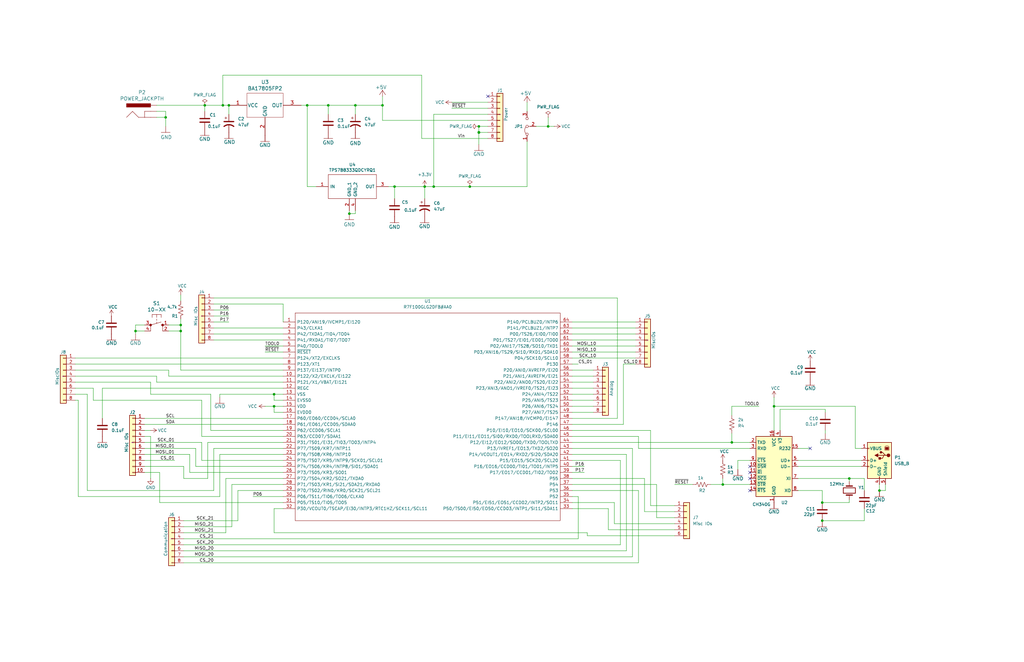
<source format=kicad_sch>
(kicad_sch (version 20231120) (generator "eeschema") (generator_version "8.0")
  (paper "B")
  (title_block (date "2025-01-17"))
  (lib_symbols
    (symbol "Connector_Generic:Conn_01x06" (pin_names (offset 1.016) hide)
      (property "Reference" "J" (at 0 7.62 0))
      (property "Value" "Conn_01x06" (at 0 -10.16 0))
      (symbol "Conn_01x06_1_1"
        (pin passive line (at -5.08 5.08 0) (length 3.81) (name "Pin_1") (number "1"))
        (pin passive line (at -5.08 2.54 0) (length 3.81) (name "Pin_2") (number "2"))
        (pin passive line (at -5.08 0 0) (length 3.81) (name "Pin_3") (number "3"))
        (pin passive line (at -5.08 -2.54 0) (length 3.81) (name "Pin_4") (number "4"))
        (pin passive line (at -5.08 -5.08 0) (length 3.81) (name "Pin_5") (number "5"))
        (pin passive line (at -5.08 -7.62 0) (length 3.81) (name "Pin_6") (number "6"))
      )
    )
    (symbol "Connector_Generic:Conn_01x08" (pin_names (offset 1.016) hide)
      (property "Reference" "J" (at 0 10.16 0))
      (property "Value" "Conn_01x08" (at 0 -12.7 0))
      (symbol "Conn_01x08_1_1"
        (pin passive line (at -5.08 7.62 0) (length 3.81) (name "Pin_1") (number "1"))
        (pin passive line (at -5.08 5.08 0) (length 3.81) (name "Pin_2") (number "2"))
        (pin passive line (at -5.08 2.54 0) (length 3.81) (name "Pin_3") (number "3"))
        (pin passive line (at -5.08 0 0) (length 3.81) (name "Pin_4") (number "4"))
        (pin passive line (at -5.08 -2.54 0) (length 3.81) (name "Pin_5") (number "5"))
        (pin passive line (at -5.08 -5.08 0) (length 3.81) (name "Pin_6") (number "6"))
        (pin passive line (at -5.08 -7.62 0) (length 3.81) (name "Pin_7") (number "7"))
        (pin passive line (at -5.08 -10.16 0) (length 3.81) (name "Pin_8") (number "8"))
      )
    )
    (symbol "Connector_Generic:Conn_01x10" (pin_names (offset 1.016) hide)
      (property "Reference" "J" (at 0 12.7 0))
      (property "Value" "Conn_01x10" (at 0 -15.24 0))
      (symbol "Conn_01x10_1_1"
        (pin passive line (at -5.08 10.16 0) (length 3.81) (name "Pin_1") (number "1"))
        (pin passive line (at -5.08 -12.7 0) (length 3.81) (name "Pin_10") (number "10"))
        (pin passive line (at -5.08 7.62 0) (length 3.81) (name "Pin_2") (number "2"))
        (pin passive line (at -5.08 5.08 0) (length 3.81) (name "Pin_3") (number "3"))
        (pin passive line (at -5.08 2.54 0) (length 3.81) (name "Pin_4") (number "4"))
        (pin passive line (at -5.08 0 0) (length 3.81) (name "Pin_5") (number "5"))
        (pin passive line (at -5.08 -2.54 0) (length 3.81) (name "Pin_6") (number "6"))
        (pin passive line (at -5.08 -5.08 0) (length 3.81) (name "Pin_7") (number "7"))
        (pin passive line (at -5.08 -7.62 0) (length 3.81) (name "Pin_8") (number "8"))
        (pin passive line (at -5.08 -10.16 0) (length 3.81) (name "Pin_9") (number "9"))
      )
    )
    (symbol "Device:C" (pin_numbers hide) (pin_names (offset 0.254))
      (property "Reference" "C" (at 0.635 2.54 0))
      (property "Value" "C" (at 0.635 -2.54 0))
      (symbol "C_1_1"
        (pin passive line (at 0 3.81 270) (length 2.794) (name "~") (number "1"))
        (pin passive line (at 0 -3.81 90) (length 2.794) (name "~") (number "2"))
      )
    )
    (symbol "Device:C_Polarized_US" (pin_numbers hide) (pin_names (offset 0.254) hide)
      (property "Reference" "C" (at 0.635 2.54 0))
      (property "Value" "C_Polarized_US" (at 0.635 -2.54 0))
      (symbol "C_Polarized_US_1_1"
        (pin passive line (at 0 3.81 270) (length 2.794) (name "~") (number "1"))
        (pin passive line (at 0 -3.81 90) (length 3.302) (name "~") (number "2"))
      )
    )
    (symbol "Device:Crystal" (pin_numbers hide) (pin_names (offset 1.016) hide)
      (property "Reference" "Y" (at 0 3.81 0))
      (property "Value" "Crystal" (at 0 -3.81 0))
      (symbol "Crystal_1_1"
        (pin passive line (at -3.81 0 0) (length 1.27) (name "1") (number "1"))
        (pin passive line (at 3.81 0 180) (length 1.27) (name "2") (number "2"))
      )
    )
    (symbol "Device:R_US" (pin_numbers hide) (pin_names (offset 0))
      (property "Reference" "R" (at 2.54 0 90))
      (property "Value" "R_US" (at -2.54 0 90))
      (symbol "R_US_1_1"
        (pin passive line (at 0 3.81 270) (length 1.27) (name "~") (number "1"))
        (pin passive line (at 0 -3.81 90) (length 1.27) (name "~") (number "2"))
      )
    )
    (symbol "Jumper:Jumper_3_Bridged12" (pin_names (offset 0) hide) (exclude_from_sim yes) (in_bom no)
      (property "Reference" "JP" (at -2.54 -2.54 0))
      (property "Value" "Jumper_3_Bridged12" (at 0 2.794 0))
      (symbol "Jumper_3_Bridged12_1_1"
        (pin passive line (at -6.35 0 0) (length 2.54) (name "A") (number "1"))
        (pin passive line (at 0 -3.81 90) (length 2.54) (name "C") (number "2"))
        (pin passive line (at 6.35 0 180) (length 2.54) (name "B") (number "3"))
      )
    )
    (symbol "catu:+5V" (power) (pin_names (offset 1.016))
      (property "Value" "+5V" (at -2.54 -5.08 90))
      (symbol "+5V_1_0"
        (pin power_in line (at 0 -2.54 90) (length 2.54) (name "+5V") (number "1"))
      )
    )
    (symbol "catu:10-XX" (pin_names (offset 1.016))
      (property "Reference" "S" (at -6.35 -2.54 90))
      (property "Value" "10-XX" (at -3.81 3.175 90))
      (symbol "10-XX_1_0"
        (pin passive line (at 0 5.08 270) (length 2.54) (name "S") (number "1"))
        (pin passive line (at 2.54 5.08 270) (length 2.54) (name "S1") (number "2"))
        (pin passive line (at 0 -5.08 90) (length 2.54) (name "P") (number "3"))
        (pin passive line (at 2.54 -5.08 90) (length 2.54) (name "P1") (number "4"))
      )
    )
    (symbol "catu:BA17805FP2" (pin_names (offset 0.254))
      (property "Reference" "U" (at 13.97 11.43 0))
      (property "Value" "BA17805FP2" (at 13.97 8.89 0))
      (symbol "BA17805FP2_1_1"
        (pin power_in line (at 0 0 0) (length 7.62) (name "VCC") (number "1"))
        (pin power_in line (at 15.24 -12.7 90) (length 7.62) (name "GND") (number "2"))
        (pin power_out line (at 30.48 0 180) (length 7.62) (name "OUT") (number "3"))
      )
    )
    (symbol "catu:CH340G"
      (property "Reference" "U" (at -5.08 13.97 0))
      (property "Value" "CH340G" (at 1.27 13.97 0))
      (property "LCSC" "C14267" (at 8.89 -16.51 0))
      (symbol "CH340G_1_1"
        (pin power_in line (at 0 -15.24 90) (length 2.54) (name "GND") (number "1"))
        (pin input line (at 10.16 0 180) (length 2.54) (name "~{DSR}") (number "10"))
        (pin input line (at 10.16 -2.54 180) (length 2.54) (name "~{RI}") (number "11"))
        (pin input line (at 10.16 -5.08 180) (length 2.54) (name "~{DCD}") (number "12"))
        (pin output line (at 10.16 -7.62 180) (length 2.54) (name "~{DTR}") (number "13"))
        (pin output line (at 10.16 -10.16 180) (length 2.54) (name "~{RTS}") (number "14"))
        (pin input line (at -10.16 7.62 0) (length 2.54) (name "R232") (number "15"))
        (pin power_in line (at 0 15.24 270) (length 2.54) (name "VCC") (number "16"))
        (pin output line (at 10.16 10.16 180) (length 2.54) (name "TXD") (number "2"))
        (pin input line (at 10.16 7.62 180) (length 2.54) (name "RXD") (number "3"))
        (pin passive line (at -2.54 15.24 270) (length 2.54) (name "V3") (number "4"))
        (pin passive line (at -10.16 2.54 0) (length 2.54) (name "UD+") (number "5"))
        (pin passive line (at -10.16 0 0) (length 2.54) (name "UD-") (number "6"))
        (pin input line (at -10.16 -5.08 0) (length 2.54) (name "XI") (number "7"))
        (pin output line (at -10.16 -10.16 0) (length 2.54) (name "XO") (number "8"))
        (pin input line (at 10.16 2.54 180) (length 2.54) (name "~{CTS}") (number "9"))
      )
    )
    (symbol "catu:GND" (power) (pin_names (offset 1.016))
      (property "Value" "GND" (at -2.54 -2.54 0))
      (symbol "GND_1_0"
        (pin power_in line (at 0 2.54 270) (length 2.54) (name "GND") (number "1"))
      )
    )
    (symbol "catu:POWER_JACKPTH" (pin_names (offset 1.016))
      (property "Reference" "J" (at -10.16 0 0))
      (property "Value" "POWER_JACKPTH" (at -10.16 10.16 0))
      (symbol "POWER_JACKPTH_1_0"
        (pin passive line (at 2.54 2.54 180) (length 2.54) (name "GND") (number "GND"))
        (pin passive line (at 2.54 5.08 180) (length 2.54) (name "GNDBREAK") (number "GNDBREAK"))
        (pin passive line (at 2.54 7.62 180) (length 2.54) (name "PWR") (number "PWR"))
      )
    )
    (symbol "catu:R7F100GLG2DFB#AA0" (pin_names (offset 0.762))
      (property "Reference" "U" (at -116.84 2.54 0))
      (property "Value" "R7F100GLG2DFB#AA0" (at -102.87 5.08 0))
      (symbol "R7F100GLG2DFB#AA0_0_0"
        (pin passive line (at -135.89 -6.35 0) (length 5.08) (name "P120/ANI19/IVCMP1/EI120") (number "1"))
        (pin passive line (at -135.89 -29.21 0) (length 5.08) (name "P122/X2/EXCLK/EI122") (number "10"))
        (pin passive line (at -135.89 -31.75 0) (length 5.08) (name "P121/X1/VBAT/EI121") (number "11"))
        (pin passive line (at -135.89 -34.29 0) (length 5.08) (name "REGC") (number "12"))
        (pin passive line (at -135.89 -36.83 0) (length 5.08) (name "VSS") (number "13"))
        (pin passive line (at -135.89 -39.37 0) (length 5.08) (name "EVSS0") (number "14"))
        (pin passive line (at -135.89 -41.91 0) (length 5.08) (name "VDD") (number "15"))
        (pin passive line (at -135.89 -44.45 0) (length 5.08) (name "EVDD0") (number "16"))
        (pin passive line (at -135.89 -46.99 0) (length 5.08) (name "P60/EO60/CCD04/SCLA0") (number "17"))
        (pin passive line (at -135.89 -49.53 0) (length 5.08) (name "P61/EO61/CCD05/SDAA0") (number "18"))
        (pin passive line (at -135.89 -52.07 0) (length 5.08) (name "P62/CCD06/SCLA1") (number "19"))
        (pin passive line (at -135.89 -8.89 0) (length 5.08) (name "P43/CLKA1") (number "2"))
        (pin passive line (at -135.89 -54.61 0) (length 5.08) (name "P63/CCD07/SDAA1") (number "20"))
        (pin passive line (at -135.89 -57.15 0) (length 5.08) (name "P31/TS01/EI31/TI03/TO03/INTP4") (number "21"))
        (pin passive line (at -135.89 -59.69 0) (length 5.08) (name "P77/TS09/KR7/INTP11") (number "22"))
        (pin passive line (at -135.89 -62.23 0) (length 5.08) (name "P76/TS08/KR6/INTP10") (number "23"))
        (pin passive line (at -135.89 -64.77 0) (length 5.08) (name "P75/TS07/KR5/INTP9/SCK01/SCL01") (number "24"))
        (pin passive line (at -135.89 -67.31 0) (length 5.08) (name "P74/TS06/KR4/INTP8/SI01/SDA01") (number "25"))
        (pin passive line (at -135.89 -69.85 0) (length 5.08) (name "P73/TS05/KR3/SO01") (number "26"))
        (pin passive line (at -135.89 -72.39 0) (length 5.08) (name "P72/TS04/KR2/SO21/TXDA0") (number "27"))
        (pin passive line (at -135.89 -74.93 0) (length 5.08) (name "P71/TS03/KR1/SI21/SDA21/RXDA0") (number "28"))
        (pin passive line (at -135.89 -77.47 0) (length 5.08) (name "P70/TS02/RIN0/KR0/SCK21/SCL21") (number "29"))
        (pin passive line (at -135.89 -11.43 0) (length 5.08) (name "P42/TXDA1/TI04/TO04") (number "3"))
        (pin passive line (at -135.89 -80.01 0) (length 5.08) (name "P06/TS11/TI06/TO06/CLKA0") (number "30"))
        (pin passive line (at -135.89 -82.55 0) (length 5.08) (name "P05/TS10/TI05/TO05") (number "31"))
        (pin passive line (at -135.89 -85.09 0) (length 5.08) (name "P30/VCOUT0/TSCAP/EI30/INTP3/RTC1HZ/SCK11/SCL11") (number "32"))
        (pin passive line (at -13.97 -85.09 180) (length 5.08) (name "P50/TS00/EI50/EO50/CCD03/INTP1/SI11/SDA11") (number "33"))
        (pin passive line (at -13.97 -82.55 180) (length 5.08) (name "P51/EI51/EO51/CCD02/INTP2/SO11") (number "34"))
        (pin passive line (at -13.97 -80.01 180) (length 5.08) (name "P52") (number "35"))
        (pin passive line (at -13.97 -77.47 180) (length 5.08) (name "P53") (number "36"))
        (pin passive line (at -13.97 -74.93 180) (length 5.08) (name "P54") (number "37"))
        (pin passive line (at -13.97 -72.39 180) (length 5.08) (name "P55") (number "38"))
        (pin passive line (at -13.97 -69.85 180) (length 5.08) (name "P17/EO17/CCD01/TI02/TO02") (number "39"))
        (pin passive line (at -135.89 -13.97 0) (length 5.08) (name "P41/RXDA1/TI07/TO07") (number "4"))
        (pin passive line (at -13.97 -67.31 180) (length 5.08) (name "P16/EO16/CCD00/TI01/TO01/INTP5") (number "40"))
        (pin passive line (at -13.97 -64.77 180) (length 5.08) (name "P15/EO15/SCK20/SCL20") (number "41"))
        (pin passive line (at -13.97 -62.23 180) (length 5.08) (name "P14/VCOUT1/EO14/RXD2/SI20/SDA20") (number "42"))
        (pin passive line (at -13.97 -59.69 180) (length 5.08) (name "P13/IVREF1/EO13/TXD2/SO20") (number "43"))
        (pin passive line (at -13.97 -57.15 180) (length 5.08) (name "P12/EI12/EO12/SO00/TXD0/TOOLTXD") (number "44"))
        (pin passive line (at -13.97 -54.61 180) (length 5.08) (name "P11/EI11/EO11/SI00/RXD0/TOOLRXD/SDA00") (number "45"))
        (pin passive line (at -13.97 -52.07 180) (length 5.08) (name "P10/EI10/EO10/SCK00/SCL00") (number "46"))
        (pin passive line (at -13.97 -49.53 180) (length 5.08) (name "P146") (number "47"))
        (pin passive line (at -13.97 -46.99 180) (length 5.08) (name "P147/ANI18/IVCMP0/EI147") (number "48"))
        (pin passive line (at -13.97 -44.45 180) (length 5.08) (name "P27/ANI7/TS25") (number "49"))
        (pin passive line (at -135.89 -16.51 0) (length 5.08) (name "P40/TOOL0") (number "5"))
        (pin passive line (at -13.97 -41.91 180) (length 5.08) (name "P26/ANI6/TS24") (number "50"))
        (pin passive line (at -13.97 -39.37 180) (length 5.08) (name "P25/ANI5/TS23") (number "51"))
        (pin passive line (at -13.97 -36.83 180) (length 5.08) (name "P24/ANI4/TS22") (number "52"))
        (pin passive line (at -13.97 -34.29 180) (length 5.08) (name "P23/ANI3/ANO1/IVREF0/TS21/EI23") (number "53"))
        (pin passive line (at -13.97 -31.75 180) (length 5.08) (name "P22/ANI2/ANO0/TS20/EI22") (number "54"))
        (pin passive line (at -13.97 -29.21 180) (length 5.08) (name "P21/ANI1/AVREFM/EI21") (number "55"))
        (pin passive line (at -13.97 -26.67 180) (length 5.08) (name "P20/ANI0/AVREFP/EI20") (number "56"))
        (pin passive line (at -13.97 -24.13 180) (length 5.08) (name "P130") (number "57"))
        (pin passive line (at -13.97 -21.59 180) (length 5.08) (name "P04/SCK10/SCL10") (number "58"))
        (pin passive line (at -13.97 -19.05 180) (length 5.08) (name "P03/ANI16/TS29/SI10/RXD1/SDA10") (number "59"))
        (pin passive line (at -135.89 -19.05 0) (length 5.08) (name "~{RESET}") (number "6"))
        (pin passive line (at -13.97 -16.51 180) (length 5.08) (name "P02/ANI17/TS28/SO10/TXD1") (number "60"))
        (pin passive line (at -13.97 -13.97 180) (length 5.08) (name "P01/TS27/EI01/EO01/TO00") (number "61"))
        (pin passive line (at -13.97 -11.43 180) (length 5.08) (name "P00/TS26/EI00/TI00") (number "62"))
        (pin passive line (at -13.97 -8.89 180) (length 5.08) (name "P141/PCLBUZ1/INTP7") (number "63"))
        (pin passive line (at -13.97 -6.35 180) (length 5.08) (name "P140/PCLBUZ0/INTP6") (number "64"))
        (pin passive line (at -135.89 -21.59 0) (length 5.08) (name "P124/XT2/EXCLKS") (number "7"))
        (pin passive line (at -135.89 -24.13 0) (length 5.08) (name "P123/XT1") (number "8"))
        (pin passive line (at -135.89 -26.67 0) (length 5.08) (name "P137/EI137/INTP0") (number "9"))
      )
    )
    (symbol "catu:TPS7B8333QDCYRQ1" (pin_names (offset 0.762))
      (property "Reference" "IC" (at 8.89 7.62 0))
      (property "Value" "TPS7B8333QDCYRQ1" (at 5.08 5.715 0))
      (symbol "TPS7B8333QDCYRQ1_0_0"
        (pin passive line (at 0 -2.54 0) (length 5.08) (name "IN") (number "1"))
        (pin passive line (at 13.97 -12.7 90) (length 5.08) (name "GND_1") (number "2"))
        (pin passive line (at 30.48 -2.54 180) (length 5.08) (name "OUT") (number "3"))
        (pin passive line (at 16.51 -12.7 90) (length 5.08) (name "GND_2") (number "4"))
      )
    )
    (symbol "catu:USB_B" (pin_names (offset 1.016))
      (property "Reference" "P" (at -5.08 11.43 0))
      (property "Value" "USB_B" (at -5.08 8.89 0))
      (symbol "USB_B_1_1"
        (pin passive line (at 7.62 5.08 180) (length 2.54) (name "VBUS") (number "1"))
        (pin bidirectional line (at 7.62 -2.54 180) (length 2.54) (name "D-") (number "2"))
        (pin bidirectional line (at 7.62 0 180) (length 2.54) (name "D+") (number "3"))
        (pin power_in line (at 0 -10.16 90) (length 2.54) (name "GND") (number "4"))
        (pin passive line (at -2.54 -10.16 90) (length 2.54) (name "Shield") (number "5"))
      )
    )
    (symbol "power:+3.3V" (power) (pin_numbers hide) (pin_names (offset 0) hide)
      (property "Value" "+3.3V" (at 0 3.556 0))
      (symbol "+3.3V_1_1"
        (pin power_in line (at 0 0 90) (length 0) (name "~") (number "1"))
      )
    )
    (symbol "power:GND" (power) (pin_numbers hide) (pin_names (offset 0) hide)
      (property "Value" "GND" (at 0 -3.81 0))
      (symbol "GND_1_1"
        (pin power_in line (at 0 0 270) (length 0) (name "~") (number "1"))
      )
    )
    (symbol "power:PWR_FLAG" (power) (pin_numbers hide) (pin_names (offset 0) hide)
      (property "Value" "PWR_FLAG" (at 0 3.81 0))
      (symbol "PWR_FLAG_0_0"
        (pin power_out line (at 0 0 90) (length 0) (name "~") (number "1"))
      )
    )
    (symbol "power:VCC" (power) (pin_numbers hide) (pin_names (offset 0) hide)
      (property "Value" "VCC" (at 0 3.556 0))
      (symbol "VCC_1_1"
        (pin power_in line (at 0 0 90) (length 0) (name "~") (number "1"))
      )
    )
  )
  (junction (at 86.36 44.45))
  (junction (at 147.32 90.17))
  (junction (at 96.52 44.45))
  (junction (at 115.57 171.45))
  (junction (at 198.12 78.74))
  (junction (at 179.07 78.74))
  (junction (at 201.93 55.88) (diameter 1.016))
  (junction (at 201.93 53.34))
  (junction (at 166.37 78.74))
  (junction (at 57.15 139.7))
  (junction (at 93.98 44.45))
  (junction (at 231.14 53.34))
  (junction (at 138.43 44.45))
  (junction (at 129.54 44.45))
  (junction (at 149.86 44.45))
  (junction (at 76.2 137.16))
  (junction (at 304.8 204.47))
  (junction (at 346.71 212.09))
  (junction (at 358.14 201.93))
  (junction (at 346.71 219.71))
  (junction (at 115.57 166.37))
  (junction (at 76.2 139.7))
  (junction (at 308.61 186.69))
  (junction (at 182.88 78.74))
  (junction (at 69.85 49.53))
  (junction (at 370.84 207.01))
  (junction (at 161.29 44.45))
  (junction (at 326.39 171.45))
  (no_connect (at 316.23 196.85))
  (no_connect (at 341.63 189.23))
  (no_connect (at 316.23 201.93))
  (no_connect (at 316.23 199.39))
  (no_connect (at 316.23 207.01))
  (no_connect (at 205.74 40.64))
  (wire (pts (xy 326.39 181.61) (xy 326.39 171.45)))
  (wire (pts (xy 262.89 179.07) (xy 262.89 153.67)))
  (wire (pts (xy 90.17 143.51) (xy 119.38 143.51)))
  (wire (pts (xy 347.98 181.61) (xy 347.98 182.88)))
  (wire (pts (xy 66.04 44.45) (xy 86.36 44.45)))
  (wire (pts (xy 190.5 45.72) (xy 205.74 45.72)))
  (wire (pts (xy 57.15 137.16) (xy 60.96 137.16)))
  (wire (pts (xy 271.78 201.93) (xy 241.3 201.93)))
  (wire (pts (xy 241.3 146.05) (xy 267.97 146.05)))
  (wire (pts (xy 60.96 194.31) (xy 73.66 194.31)))
  (wire (pts (xy 241.3 168.91) (xy 250.19 168.91)))
  (wire (pts (xy 247.65 226.06) (xy 247.65 224.79)))
  (wire (pts (xy 115.57 171.45) (xy 115.57 173.99)))
  (wire (pts (xy 264.16 191.77) (xy 241.3 191.77)))
  (wire (pts (xy 316.23 194.31) (xy 311.15 194.31)))
  (wire (pts (xy 326.39 171.45) (xy 360.68 171.45)))
  (wire (pts (xy 60.96 176.53) (xy 119.38 176.53)))
  (wire (pts (xy 69.85 49.53) (xy 69.85 53.34)))
  (wire (pts (xy 373.38 207.01) (xy 370.84 207.01)))
  (wire (pts (xy 198.12 78.74) (xy 222.25 78.74)))
  (wire (pts (xy 360.68 171.45) (xy 360.68 189.23)))
  (wire (pts (xy 308.61 171.45) (xy 308.61 175.26)))
  (wire (pts (xy 111.76 171.45) (xy 115.57 171.45)))
  (wire (pts (xy 241.3 171.45) (xy 250.19 171.45)))
  (wire (pts (xy 77.47 224.79) (xy 95.25 224.79)))
  (wire (pts (xy 241.3 143.51) (xy 267.97 143.51)))
  (wire (pts (xy 222.25 43.18) (xy 222.25 46.99)))
  (wire (pts (xy 241.3 151.13) (xy 267.97 151.13)))
  (wire (pts (xy 71.12 156.21) (xy 31.75 156.21)))
  (wire (pts (xy 69.85 46.99) (xy 69.85 49.53)))
  (wire (pts (xy 33.02 209.55) (xy 92.71 209.55)))
  (wire (pts (xy 31.75 166.37) (xy 36.83 166.37)))
  (wire (pts (xy 308.61 171.45) (xy 320.04 171.45)))
  (wire (pts (xy 177.8 31.75) (xy 177.8 58.42)))
  (wire (pts (xy 119.38 161.29) (xy 66.04 161.29)))
  (wire (pts (xy 308.61 182.88) (xy 308.61 186.69)))
  (wire (pts (xy 129.54 78.74) (xy 129.54 44.45)))
  (wire (pts (xy 243.84 209.55) (xy 241.3 209.55)))
  (wire (pts (xy 241.3 138.43) (xy 267.97 138.43)))
  (wire (pts (xy 115.57 168.91) (xy 119.38 168.91)))
  (wire (pts (xy 274.32 213.36) (xy 274.32 181.61)))
  (wire (pts (xy 179.07 83.82) (xy 179.07 78.74)))
  (wire (pts (xy 85.09 168.91) (xy 85.09 184.15)))
  (wire (pts (xy 284.48 213.36) (xy 274.32 213.36)))
  (wire (pts (xy 241.3 158.75) (xy 250.19 158.75)))
  (wire (pts (xy 85.09 186.69) (xy 85.09 194.31)))
  (wire (pts (xy 241.3 148.59) (xy 267.97 148.59)))
  (wire (pts (xy 276.86 204.47) (xy 241.3 204.47)))
  (wire (pts (xy 87.63 201.93) (xy 77.47 201.93)))
  (wire (pts (xy 241.3 135.89) (xy 267.97 135.89)))
  (wire (pts (xy 182.88 48.26) (xy 205.74 48.26)))
  (wire (pts (xy 31.75 153.67) (xy 119.38 153.67)))
  (wire (pts (xy 276.86 218.44) (xy 276.86 204.47)))
  (wire (pts (xy 92.71 191.77) (xy 119.38 191.77)))
  (wire (pts (xy 63.5 161.29) (xy 63.5 166.37)))
  (wire (pts (xy 256.54 214.63) (xy 241.3 214.63)))
  (wire (pts (xy 241.3 184.15) (xy 269.24 184.15)))
  (wire (pts (xy 284.48 215.9) (xy 271.78 215.9)))
  (wire (pts (xy 87.63 186.69) (xy 87.63 201.93)))
  (wire (pts (xy 90.17 189.23) (xy 119.38 189.23)))
  (wire (pts (xy 92.71 209.55) (xy 92.71 191.77)))
  (wire (pts (xy 358.14 210.82) (xy 358.14 212.09)))
  (wire (pts (xy 115.57 166.37) (xy 92.71 166.37)))
  (wire (pts (xy 60.96 186.69) (xy 85.09 186.69)))
  (wire (pts (xy 138.43 44.45) (xy 149.86 44.45)))
  (wire (pts (xy 90.17 125.73) (xy 260.35 125.73)))
  (wire (pts (xy 241.3 156.21) (xy 250.19 156.21)))
  (wire (pts (xy 284.48 204.47) (xy 292.1 204.47)))
  (wire (pts (xy 241.3 166.37) (xy 250.19 166.37)))
  (wire (pts (xy 66.04 49.53) (xy 69.85 49.53)))
  (wire (pts (xy 261.62 194.31) (xy 241.3 194.31)))
  (wire (pts (xy 161.29 50.8) (xy 205.74 50.8)))
  (wire (pts (xy 60.96 189.23) (xy 82.55 189.23)))
  (wire (pts (xy 259.08 220.98) (xy 259.08 212.09)))
  (wire (pts (xy 90.17 128.27) (xy 119.38 128.27)))
  (wire (pts (xy 76.2 134.62) (xy 76.2 137.16)))
  (wire (pts (xy 269.24 207.01) (xy 241.3 207.01)))
  (wire (pts (xy 115.57 214.63) (xy 119.38 214.63)))
  (wire (pts (xy 347.98 172.72) (xy 328.93 172.72)))
  (wire (pts (xy 77.47 196.85) (xy 60.96 196.85)))
  (wire (pts (xy 336.55 194.31) (xy 363.22 194.31)))
  (wire (pts (xy 77.47 232.41) (xy 264.16 232.41)))
  (wire (pts (xy 241.3 140.97) (xy 267.97 140.97)))
  (wire (pts (xy 308.61 186.69) (xy 316.23 186.69)))
  (wire (pts (xy 67.31 212.09) (xy 67.31 199.39)))
  (wire (pts (xy 31.75 168.91) (xy 33.02 168.91)))
  (wire (pts (xy 336.55 196.85) (xy 363.22 196.85)))
  (wire (pts (xy 66.04 158.75) (xy 31.75 158.75)))
  (wire (pts (xy 179.07 78.74) (xy 182.88 78.74)))
  (wire (pts (xy 76.2 139.7) (xy 76.2 156.21)))
  (wire (pts (xy 88.9 166.37) (xy 88.9 181.61)))
  (wire (pts (xy 119.38 166.37) (xy 115.57 166.37)))
  (wire (pts (xy 97.79 222.25) (xy 97.79 204.47)))
  (wire (pts (xy 100.33 207.01) (xy 119.38 207.01)))
  (wire (pts (xy 111.76 148.59) (xy 119.38 148.59)))
  (wire (pts (xy 241.3 179.07) (xy 262.89 179.07)))
  (wire (pts (xy 231.14 49.53) (xy 231.14 53.34)))
  (wire (pts (xy 182.88 78.74) (xy 198.12 78.74)))
  (wire (pts (xy 336.55 207.01) (xy 346.71 207.01)))
  (wire (pts (xy 115.57 171.45) (xy 119.38 171.45)))
  (wire (pts (xy 260.35 176.53) (xy 241.3 176.53)))
  (wire (pts (xy 201.93 53.34) (xy 201.93 55.88)))
  (wire (pts (xy 97.79 204.47) (xy 119.38 204.47)))
  (wire (pts (xy 347.98 172.72) (xy 347.98 173.99)))
  (wire (pts (xy 90.17 133.35) (xy 96.52 133.35)))
  (wire (pts (xy 341.63 189.23) (xy 336.55 189.23)))
  (wire (pts (xy 71.12 137.16) (xy 76.2 137.16)))
  (wire (pts (xy 106.68 209.55) (xy 119.38 209.55)))
  (wire (pts (xy 77.47 201.93) (xy 77.47 196.85)))
  (wire (pts (xy 284.48 220.98) (xy 259.08 220.98)))
  (wire (pts (xy 326.39 167.64) (xy 326.39 171.45)))
  (wire (pts (xy 346.71 212.09) (xy 346.71 207.01)))
  (wire (pts (xy 261.62 229.87) (xy 261.62 194.31)))
  (wire (pts (xy 63.5 166.37) (xy 88.9 166.37)))
  (wire (pts (xy 182.88 48.26) (xy 182.88 78.74)))
  (wire (pts (xy 80.01 199.39) (xy 119.38 199.39)))
  (wire (pts (xy 336.55 201.93) (xy 358.14 201.93)))
  (wire (pts (xy 262.89 153.67) (xy 267.97 153.67)))
  (wire (pts (xy 284.48 226.06) (xy 247.65 226.06)))
  (wire (pts (xy 241.3 153.67) (xy 243.84 153.67)))
  (wire (pts (xy 77.47 222.25) (xy 97.79 222.25)))
  (wire (pts (xy 149.86 90.17) (xy 149.86 88.9)))
  (wire (pts (xy 205.74 55.88) (xy 201.93 55.88)))
  (wire (pts (xy 177.8 58.42) (xy 205.74 58.42)))
  (wire (pts (xy 63.5 184.15) (xy 63.5 201.93)))
  (wire (pts (xy 269.24 237.49) (xy 269.24 207.01)))
  (wire (pts (xy 77.47 237.49) (xy 269.24 237.49)))
  (wire (pts (xy 127 44.45) (xy 129.54 44.45)))
  (wire (pts (xy 161.29 50.8) (xy 161.29 44.45)))
  (wire (pts (xy 241.3 173.99) (xy 250.19 173.99)))
  (wire (pts (xy 241.3 189.23) (xy 266.7 189.23)))
  (wire (pts (xy 60.96 181.61) (xy 63.5 181.61)))
  (wire (pts (xy 284.48 218.44) (xy 276.86 218.44)))
  (wire (pts (xy 77.47 229.87) (xy 261.62 229.87)))
  (wire (pts (xy 71.12 139.7) (xy 76.2 139.7)))
  (wire (pts (xy 80.01 191.77) (xy 80.01 199.39)))
  (wire (pts (xy 33.02 168.91) (xy 33.02 209.55)))
  (wire (pts (xy 271.78 215.9) (xy 271.78 201.93)))
  (wire (pts (xy 66.04 46.99) (xy 69.85 46.99)))
  (wire (pts (xy 92.71 166.37) (xy 92.71 167.64)))
  (wire (pts (xy 149.86 48.26) (xy 149.86 44.45)))
  (wire (pts (xy 256.54 223.52) (xy 256.54 214.63)))
  (wire (pts (xy 363.22 189.23) (xy 360.68 189.23)))
  (wire (pts (xy 71.12 158.75) (xy 71.12 156.21)))
  (wire (pts (xy 304.8 204.47) (xy 316.23 204.47)))
  (wire (pts (xy 77.47 219.71) (xy 100.33 219.71)))
  (wire (pts (xy 274.32 181.61) (xy 241.3 181.61)))
  (wire (pts (xy 201.93 55.88) (xy 201.93 60.96)))
  (wire (pts (xy 133.35 78.74) (xy 129.54 78.74)))
  (wire (pts (xy 231.14 53.34) (xy 226.06 53.34)))
  (wire (pts (xy 346.71 212.09) (xy 358.14 212.09)))
  (wire (pts (xy 31.75 151.13) (xy 119.38 151.13)))
  (wire (pts (xy 138.43 48.26) (xy 138.43 44.45)))
  (wire (pts (xy 115.57 224.79) (xy 115.57 214.63)))
  (wire (pts (xy 364.49 214.63) (xy 364.49 219.71)))
  (wire (pts (xy 90.17 207.01) (xy 90.17 189.23)))
  (wire (pts (xy 269.24 189.23) (xy 269.24 184.15)))
  (wire (pts (xy 95.25 224.79) (xy 95.25 201.93)))
  (wire (pts (xy 85.09 194.31) (xy 119.38 194.31)))
  (wire (pts (xy 163.83 78.74) (xy 166.37 78.74)))
  (wire (pts (xy 111.76 146.05) (xy 119.38 146.05)))
  (wire (pts (xy 57.15 139.7) (xy 57.15 140.97)))
  (wire (pts (xy 57.15 137.16) (xy 57.15 139.7)))
  (wire (pts (xy 86.36 44.45) (xy 93.98 44.45)))
  (wire (pts (xy 370.84 207.01) (xy 370.84 204.47)))
  (wire (pts (xy 166.37 83.82) (xy 166.37 78.74)))
  (wire (pts (xy 161.29 40.64) (xy 161.29 44.45)))
  (wire (pts (xy 299.72 204.47) (xy 304.8 204.47)))
  (wire (pts (xy 86.36 44.45) (xy 86.36 46.99)))
  (wire (pts (xy 241.3 161.29) (xy 250.19 161.29)))
  (wire (pts (xy 241.3 199.39) (xy 246.38 199.39)))
  (wire (pts (xy 284.48 223.52) (xy 256.54 223.52)))
  (wire (pts (xy 82.55 189.23) (xy 82.55 196.85)))
  (wire (pts (xy 346.71 219.71) (xy 364.49 219.71)))
  (wire (pts (xy 77.47 227.33) (xy 243.84 227.33)))
  (wire (pts (xy 119.38 186.69) (xy 87.63 186.69)))
  (wire (pts (xy 60.96 184.15) (xy 63.5 184.15)))
  (wire (pts (xy 76.2 124.46) (xy 76.2 127)))
  (wire (pts (xy 36.83 166.37) (xy 36.83 207.01)))
  (wire (pts (xy 119.38 158.75) (xy 71.12 158.75)))
  (wire (pts (xy 243.84 227.33) (xy 243.84 209.55)))
  (wire (pts (xy 149.86 44.45) (xy 161.29 44.45)))
  (wire (pts (xy 31.75 161.29) (xy 63.5 161.29)))
  (wire (pts (xy 147.32 88.9) (xy 147.32 90.17)))
  (wire (pts (xy 373.38 204.47) (xy 373.38 207.01)))
  (wire (pts (xy 115.57 173.99) (xy 119.38 173.99)))
  (wire (pts (xy 60.96 191.77) (xy 80.01 191.77)))
  (wire (pts (xy 39.37 168.91) (xy 85.09 168.91)))
  (wire (pts (xy 241.3 186.69) (xy 308.61 186.69)))
  (wire (pts (xy 266.7 189.23) (xy 266.7 234.95)))
  (wire (pts (xy 76.2 139.7) (xy 76.2 137.16)))
  (wire (pts (xy 147.32 90.17) (xy 149.86 90.17)))
  (wire (pts (xy 93.98 44.45) (xy 96.52 44.45)))
  (wire (pts (xy 90.17 130.81) (xy 96.52 130.81)))
  (wire (pts (xy 166.37 78.74) (xy 179.07 78.74)))
  (wire (pts (xy 57.15 139.7) (xy 60.96 139.7)))
  (wire (pts (xy 93.98 44.45) (xy 93.98 31.75)))
  (wire (pts (xy 311.15 194.31) (xy 311.15 198.12)))
  (wire (pts (xy 36.83 207.01) (xy 90.17 207.01)))
  (wire (pts (xy 31.75 163.83) (xy 39.37 163.83)))
  (wire (pts (xy 85.09 184.15) (xy 119.38 184.15)))
  (wire (pts (xy 77.47 234.95) (xy 266.7 234.95)))
  (wire (pts (xy 241.3 163.83) (xy 250.19 163.83)))
  (wire (pts (xy 82.55 196.85) (xy 119.38 196.85)))
  (wire (pts (xy 93.98 31.75) (xy 177.8 31.75)))
  (wire (pts (xy 119.38 135.89) (xy 119.38 128.27)))
  (wire (pts (xy 100.33 219.71) (xy 100.33 207.01)))
  (wire (pts (xy 66.04 161.29) (xy 66.04 158.75)))
  (wire (pts (xy 269.24 189.23) (xy 316.23 189.23)))
  (wire (pts (xy 358.14 201.93) (xy 364.49 201.93)))
  (wire (pts (xy 304.8 201.93) (xy 304.8 204.47)))
  (wire (pts (xy 88.9 181.61) (xy 119.38 181.61)))
  (wire (pts (xy 43.18 163.83) (xy 119.38 163.83)))
  (wire (pts (xy 95.25 201.93) (xy 119.38 201.93)))
  (wire (pts (xy 205.74 53.34) (xy 201.93 53.34)))
  (wire (pts (xy 60.96 179.07) (xy 119.38 179.07)))
  (wire (pts (xy 90.17 138.43) (xy 119.38 138.43)))
  (wire (pts (xy 90.17 135.89) (xy 96.52 135.89)))
  (wire (pts (xy 190.5 43.18) (xy 205.74 43.18)))
  (wire (pts (xy 129.54 44.45) (xy 138.43 44.45)))
  (wire (pts (xy 358.14 203.2) (xy 358.14 201.93)))
  (wire (pts (xy 233.68 53.34) (xy 231.14 53.34)))
  (wire (pts (xy 115.57 166.37) (xy 115.57 168.91)))
  (wire (pts (xy 260.35 125.73) (xy 260.35 176.53)))
  (wire (pts (xy 241.3 196.85) (xy 246.38 196.85)))
  (wire (pts (xy 96.52 44.45) (xy 96.52 48.26)))
  (wire (pts (xy 328.93 172.72) (xy 328.93 181.61)))
  (wire (pts (xy 259.08 212.09) (xy 241.3 212.09)))
  (wire (pts (xy 247.65 224.79) (xy 115.57 224.79)))
  (wire (pts (xy 43.18 163.83) (xy 43.18 176.53)))
  (wire (pts (xy 264.16 232.41) (xy 264.16 191.77)))
  (wire (pts (xy 90.17 140.97) (xy 119.38 140.97)))
  (wire (pts (xy 222.25 59.69) (xy 222.25 78.74)))
  (wire (pts (xy 67.31 212.09) (xy 119.38 212.09)))
  (wire (pts (xy 39.37 163.83) (xy 39.37 168.91)))
  (wire (pts (xy 364.49 201.93) (xy 364.49 207.01)))
  (wire (pts (xy 60.96 199.39) (xy 67.31 199.39)))
  (wire (pts (xy 76.2 156.21) (xy 119.38 156.21)))
  (label "P17" (at 96.52 135.89 180))
  (label "P06" (at 96.52 130.81 180))
  (label "MISO_21" (at 90.17 222.25 180))
  (label "SCK_01" (at 73.66 186.69 180))
  (label "MISO_01" (at 73.66 189.23 180))
  (label "SCK_20" (at 90.17 229.87 180))
  (label "SCK_21" (at 90.17 219.71 180))
  (label "CS_01" (at 73.66 194.31 180))
  (label "~{RESET}" (at 190.5 45.72 0))
  (label "P17" (at 246.38 199.39 180))
  (label "MOSI_21" (at 90.17 224.79 180))
  (label "~{RESET}" (at 284.48 204.47 0))
  (label "CS_01" (at 243.84 153.67 0))
  (label "SDA" (at 73.66 179.07 180))
  (label "TOOL0" (at 320.04 171.45 180))
  (label "CS_10" (at 262.89 153.67 0))
  (label "SCK_10" (at 251.46 151.13 180))
  (label "MOSI_01" (at 73.66 191.77 180))
  (label "Vin" (at 193.04 58.42 0))
  (label "MISO_10" (at 251.46 148.59 180))
  (label "CS_21" (at 90.17 227.33 180))
  (label "CS_20" (at 90.17 237.49 180))
  (label "TOOL0" (at 111.76 146.05 0))
  (label "SCL" (at 73.66 176.53 180))
  (label "MISO_20" (at 90.17 232.41 180))
  (label "P06" (at 106.68 209.55 0))
  (label "P16" (at 246.38 196.85 180))
  (label "MOSI_10" (at 251.46 146.05 180))
  (label "MOSI_20" (at 90.17 234.95 180))
  (label "P16" (at 96.52 133.35 180))
  (label "~{RESET}" (at 111.76 148.59 0))
  (symbol (lib_id "Connector_Generic:Conn_01x10") (at 55.88 186.69 0) (mirror y) (unit 1)
    (property "Reference" "J2" (at 55.88 173.99 0))
    (property "Value" "Misc IOs" (at 53.34 186.69 90))
    (property "Footprint" "Connector_PinSocket_2.54mm:PinSocket_1x10_P2.54mm_Vertical" (effects (hide yes)))
    (property "Datasheet" "~" (at 55.88 186.69 0))
    (property "Description" "Generic connector, single row, 01x10, script generated (kicad-library-utils/schlib/autogen/connector/)" (effects (hide yes)))
  )
  (symbol (lib_id "power:GND") (at 63.5 201.93 0) (unit 1)
    (property "Reference" "#PWR02" (effects (hide yes)))
    (property "Value" "GND" (at 63.5 205.74 0))
    (property "Description" "Power symbol creates a global label with name \"GND\" , ground" (effects (hide yes)))
  )
  (symbol (lib_id "Connector_Generic:Conn_01x08") (at 255.27 163.83 0) (unit 1)
    (property "Reference" "J3" (at 255.27 153.67 0))
    (property "Value" "Analog" (at 257.81 163.83 90))
    (property "Footprint" "Connector_PinSocket_2.54mm:PinSocket_1x08_P2.54mm_Vertical" (effects (hide yes)))
    (property "Datasheet" "~" (at 255.27 163.83 0))
    (property "Description" "Generic connector, single row, 01x08, script generated (kicad-library-utils/schlib/autogen/connector/)" (effects (hide yes)))
  )
  (symbol (lib_id "Connector_Generic:Conn_01x08") (at 85.09 133.35 0) (mirror y) (unit 1)
    (property "Reference" "J4" (at 85.09 123.19 0))
    (property "Value" "Misc IOs" (at 82.55 133.35 90))
    (property "Footprint" "Connector_PinSocket_2.54mm:PinSocket_1x08_P2.54mm_Vertical" (effects (hide yes)))
    (property "Datasheet" "~" (at 85.09 133.35 0))
    (property "Description" "Generic connector, single row, 01x08, script generated (kicad-library-utils/schlib/autogen/connector/)" (effects (hide yes)))
  )
  (symbol (lib_id "Connector_Generic:Conn_01x08") (at 273.05 143.51 0) (unit 1)
    (property "Reference" "J5" (at 273.05 133.35 0))
    (property "Value" "MiscIOs" (at 275.59 143.51 90))
    (property "Footprint" "Connector_PinSocket_2.54mm:PinSocket_1x08_P2.54mm_Vertical" (effects (hide yes)))
    (property "Datasheet" "~" (at 273.05 143.51 0))
    (property "Description" "Generic connector, single row, 01x08, script generated (kicad-library-utils/schlib/autogen/connector/)" (effects (hide yes)))
  )
  (symbol (lib_id "Connector_Generic:Conn_01x08") (at 72.39 227.33 0) (mirror y) (unit 1)
    (property "Reference" "J6" (at 72.39 217.17 0))
    (property "Value" "Communication" (at 69.85 227.33 90))
    (property "Footprint" "Connector_PinSocket_2.54mm:PinSocket_1x08_P2.54mm_Vertical" (effects (hide yes)))
    (property "Datasheet" "~" (at 72.39 227.33 0))
    (property "Description" "Generic connector, single row, 01x08, script generated (kicad-library-utils/schlib/autogen/connector/)" (effects (hide yes)))
  )
  (symbol (lib_id "power:VCC") (at 341.63 152.4 0) (unit 1)
    (property "Reference" "#PWR035" (effects (hide yes)))
    (property "Value" "VCC" (at 340.36 148.59 0) (effects (justify left)))
    (property "Description" "Power symbol creates a global label with name \"VCC\"" (effects (hide yes)))
  )
  (symbol (lib_id "catu:USB_B") (at 370.84 194.31 0) (mirror y) (unit 1)
    (property "Reference" "P1" (at 377.19 193.0399 0) (effects (justify right)))
    (property "Value" "USB_B" (at 377.19 195.5799 0) (effects (justify right)))
    (property "Footprint" "Connector_USB:USB_B_OST_USB-B1HSxx_Horizontal" (effects (hide yes)))
    (property "Description" "USB Type B connector" (effects (hide yes)))
  )
  (symbol (lib_id "Connector_Generic:Conn_01x08") (at 26.67 158.75 0) (mirror y) (unit 1)
    (property "Reference" "J8" (at 26.67 148.59 0))
    (property "Value" "MiscIOs" (at 24.13 158.75 90))
    (property "Footprint" "Connector_PinSocket_2.54mm:PinSocket_1x08_P2.54mm_Vertical" (effects (hide yes)))
    (property "Datasheet" "~" (at 26.67 158.75 0))
    (property "Description" "Generic connector, single row, 01x08, script generated (kicad-library-utils/schlib/autogen/connector/)" (effects (hide yes)))
  )
  (symbol (lib_id "Device:C") (at 43.18 180.34 0) (unit 1)
    (property "Reference" "C8" (at 46.99 179.0699 0) (effects (justify left)))
    (property "Value" "0.1uF" (at 46.99 181.6099 0) (effects (justify left)))
    (property "Footprint" "Capacitor_SMD:C_0805_2012Metric_Pad1.18x1.45mm_HandSolder" (effects (hide yes)))
    (property "Description" "Unpolarized capacitor" (effects (hide yes)))
  )
  (symbol (lib_id "catu:GND") (at 138.43 58.42 0) (unit 1)
    (property "Reference" "#GND015" (effects (hide yes)))
    (property "Value" "GND" (at 138.43 60.198 0) (effects (font (size 1.4986 1.4986))))
  )
  (symbol (lib_id "power:VCC") (at 46.99 133.35 0) (unit 1)
    (property "Reference" "#PWR01" (effects (hide yes)))
    (property "Value" "VCC" (at 45.72 129.54 0) (effects (justify left)))
    (property "Description" "Power symbol creates a global label with name \"VCC\"" (effects (hide yes)))
  )
  (symbol (lib_id "catu:CH340G") (at 326.39 196.85 0) (mirror y) (unit 1)
    (property "Reference" "U2" (at 329.4065 212.09 0) (effects (justify right)))
    (property "Value" "CH340G" (at 317.246 212.852 0) (effects (justify right)))
    (property "Footprint" "Package_SO:SOIC-16_3.9x9.9mm_P1.27mm" (effects (hide yes)))
    (property "Datasheet" "http://www.datasheet5.com/pdf-local-2195953" (effects (hide yes)))
    (property "Description" "USB serial converter, UART, SOIC-16" (effects (hide yes)))
    (property "LCSC" "C14267" (effects (hide yes)))
  )
  (symbol (lib_id "Device:C_Polarized_US") (at 149.86 52.07 0) (unit 1)
    (property "Reference" "C4" (at 153.67 50.1649 0) (effects (justify left)))
    (property "Value" "47uF" (at 153.67 52.7049 0) (effects (justify left)))
    (property "Footprint" "Capacitor_THT:CP_Radial_D6.3mm_P2.50mm" (effects (hide yes)))
    (property "Description" "Polarized capacitor, US symbol" (effects (hide yes)))
  )
  (symbol (lib_id "power:VCC") (at 233.68 53.34 270) (unit 1)
    (property "Reference" "#PWR07" (effects (hide yes)))
    (property "Value" "VCC" (at 236.728 53.34 90) (effects (justify left)))
    (property "Description" "Power symbol creates a global label with name \"VCC\"" (effects (hide yes)))
  )
  (symbol (lib_id "Connector_Generic:Conn_01x08") (at 210.82 48.26 0) (unit 1)
    (property "Reference" "J1" (at 210.82 38.1 0))
    (property "Value" "Power" (at 213.36 48.26 90))
    (property "Footprint" "Connector_PinSocket_2.54mm:PinSocket_1x08_P2.54mm_Vertical" (effects (hide yes)))
    (property "Datasheet" "~" (at 210.82 48.26 0))
    (property "Description" "Generic connector, single row, 01x08, script generated (kicad-library-utils/schlib/autogen/connector/)" (effects (hide yes)))
  )
  (symbol (lib_id "catu:GND") (at 46.99 143.51 0) (mirror y) (unit 1)
    (property "Reference" "#GND02" (effects (hide yes)))
    (property "Value" "GND" (at 46.99 144.78 0) (effects (font (size 1.4986 1.4986))))
  )
  (symbol (lib_id "Device:R_US") (at 76.2 130.81 0) (mirror x) (unit 1)
    (property "Reference" "R1" (at 72.39 133.35 0) (effects (justify left)))
    (property "Value" "4.7k" (at 70.485 129.54 0) (effects (justify left)))
    (property "Footprint" "Resistor_SMD:R_0805_2012Metric_Pad1.20x1.40mm_HandSolder" (effects (hide yes)))
    (property "Description" "Resistor, US symbol" (effects (hide yes)))
  )
  (symbol (lib_id "Device:C") (at 347.98 177.8 0) (mirror y) (unit 1)
    (property "Reference" "C10" (at 345.059 176.6316 0) (effects (justify left)))
    (property "Value" "0.1uF" (at 345.059 178.943 0) (effects (justify left)))
    (property "Footprint" "Capacitor_SMD:C_0805_2012Metric_Pad1.18x1.45mm_HandSolder" (effects (hide yes)))
    (property "Description" "Unpolarized capacitor" (effects (hide yes)))
  )
  (symbol (lib_id "power:VCC") (at 63.5 181.61 270) (unit 1)
    (property "Reference" "#PWR08" (effects (hide yes)))
    (property "Value" "VCC" (at 66.548 181.61 90) (effects (justify left)))
    (property "Description" "Power symbol creates a global label with name \"VCC\"" (effects (hide yes)))
  )
  (symbol (lib_id "power:VCC") (at 190.5 43.18 90) (unit 1)
    (property "Reference" "#PWR06" (effects (hide yes)))
    (property "Value" "VCC" (at 187.452 43.18 90) (effects (justify left)))
    (property "Description" "Power symbol creates a global label with name \"VCC\"" (effects (hide yes)))
  )
  (symbol (lib_id "catu:TPS7B8333QDCYRQ1") (at 133.35 76.2 0) (unit 1)
    (property "Reference" "U4" (at 148.59 69.469 0))
    (property "Value" "TPS7B8333QDCYRQ1" (at 148.59 71.7804 0))
    (property "Footprint" "catu:SOT230P700X180-4N" (effects (hide yes)))
  )
  (symbol (lib_id "catu:GND") (at 92.71 170.18 0) (mirror y) (unit 1)
    (property "Reference" "#GND04" (effects (hide yes)))
    (property "Value" "GND" (at 92.71 171.45 0) (effects (font (size 1.4986 1.4986))))
  )
  (symbol (lib_id "catu:GND") (at 86.36 57.15 0) (unit 1)
    (property "Reference" "#GND012" (effects (hide yes)))
    (property "Value" "GND" (at 86.36 58.674 0) (effects (font (size 1.4986 1.4986))))
  )
  (symbol (lib_id "Device:R_US") (at 295.91 204.47 90) (unit 1)
    (property "Reference" "R2" (at 297.434 207.01 90) (effects (justify left)))
    (property "Value" "1k" (at 296.672 201.676 90) (effects (justify left)))
    (property "Footprint" "Resistor_SMD:R_0805_2012Metric" (effects (hide yes)))
    (property "Description" "Resistor, US symbol" (effects (hide yes)))
  )
  (symbol (lib_id "Device:C") (at 46.99 137.16 0) (mirror y) (unit 1)
    (property "Reference" "C7" (at 44.069 135.9916 0) (effects (justify left)))
    (property "Value" "0.1uF" (at 44.069 138.303 0) (effects (justify left)))
    (property "Footprint" "Capacitor_SMD:C_0805_2012Metric_Pad1.18x1.45mm_HandSolder" (effects (hide yes)))
    (property "Description" "Unpolarized capacitor" (effects (hide yes)))
  )
  (symbol (lib_id "Device:C") (at 346.71 215.9 0) (mirror y) (unit 1)
    (property "Reference" "C11" (at 343.789 214.7316 0) (effects (justify left)))
    (property "Value" "22pF" (at 343.789 217.043 0) (effects (justify left)))
    (property "Footprint" "Capacitor_SMD:C_0805_2012Metric_Pad1.18x1.45mm_HandSolder" (effects (hide yes)))
    (property "Description" "Unpolarized capacitor" (effects (hide yes)))
  )
  (symbol (lib_id "catu:GND") (at 179.07 93.98 0) (unit 1)
    (property "Reference" "#GND019" (effects (hide yes)))
    (property "Value" "GND" (at 179.07 95.504 0) (effects (font (size 1.4986 1.4986))))
  )
  (symbol (lib_id "catu:GND") (at 96.52 58.42 0) (unit 1)
    (property "Reference" "#GND013" (effects (hide yes)))
    (property "Value" "GND" (at 96.774 59.944 0) (effects (font (size 1.4986 1.4986))))
  )
  (symbol (lib_id "catu:GND") (at 326.39 214.63 0) (mirror y) (unit 1)
    (property "Reference" "#GND07" (effects (hide yes)))
    (property "Value" "GND" (at 326.39 215.9 0) (effects (font (size 1.4986 1.4986))))
  )
  (symbol (lib_id "catu:GND") (at 347.98 185.42 0) (mirror y) (unit 1)
    (property "Reference" "#GND010" (effects (hide yes)))
    (property "Value" "GND" (at 347.98 186.69 0) (effects (font (size 1.4986 1.4986))))
  )
  (symbol (lib_id "catu:GND") (at 69.85 55.88 0) (unit 1)
    (property "Reference" "#GND05" (effects (hide yes)))
    (property "Value" "GND" (at 70.104 57.912 0) (effects (font (size 1.4986 1.4986))))
  )
  (symbol (lib_id "catu:GND") (at 346.71 222.25 0) (mirror y) (unit 1)
    (property "Reference" "#GND09" (effects (hide yes)))
    (property "Value" "GND" (at 346.71 223.52 0) (effects (font (size 1.4986 1.4986))))
  )
  (symbol (lib_id "catu:GND") (at 341.63 162.56 0) (mirror y) (unit 1)
    (property "Reference" "#GND08" (effects (hide yes)))
    (property "Value" "GND" (at 341.63 163.83 0) (effects (font (size 1.4986 1.4986))))
  )
  (symbol (lib_id "Device:Crystal") (at 358.14 207.01 270) (mirror x) (unit 1)
    (property "Reference" "Y1" (at 361.95 205.7399 90) (effects (justify left)))
    (property "Value" "12Mhz" (at 349.758 204.216 90) (effects (justify left)))
    (property "Footprint" "Crystal:Crystal_HC49-4H_Vertical" (effects (hide yes)))
    (property "Description" "Two pin crystal" (effects (hide yes)))
  )
  (symbol (lib_id "Device:C_Polarized_US") (at 96.52 52.07 0) (unit 1)
    (property "Reference" "C2" (at 100.33 50.1649 0) (effects (justify left)))
    (property "Value" "47uF" (at 100.33 52.7049 0) (effects (justify left)))
    (property "Footprint" "Capacitor_THT:CP_Radial_D6.3mm_P2.50mm" (effects (hide yes)))
    (property "Description" "Polarized capacitor, US symbol" (effects (hide yes)))
  )
  (symbol (lib_id "Device:C") (at 364.49 210.82 0) (mirror y) (unit 1)
    (property "Reference" "C12" (at 369.062 215.646 0) (effects (justify left)))
    (property "Value" "22pF" (at 369.824 213.36 0) (effects (justify left)))
    (property "Footprint" "Capacitor_SMD:C_0805_2012Metric_Pad1.18x1.45mm_HandSolder" (effects (hide yes)))
    (property "Description" "Unpolarized capacitor" (effects (hide yes)))
  )
  (symbol (lib_id "catu:BA17805FP2") (at 96.52 44.45 0) (unit 1)
    (property "Reference" "U3" (at 111.76 34.6202 0) (effects (font (size 1.524 1.524))))
    (property "Value" "BA17805FP2" (at 111.76 37.3126 0) (effects (font (size 1.524 1.524))))
    (property "Footprint" "catu:BA17805FP" (effects (hide yes)))
  )
  (symbol (lib_id "catu:GND") (at 311.15 200.66 0) (mirror y) (unit 1)
    (property "Reference" "#GND06" (effects (hide yes)))
    (property "Value" "GND" (at 311.15 201.93 0) (effects (font (size 1.4986 1.4986))))
  )
  (symbol (lib_id "power:VCC") (at 111.76 171.45 90) (unit 1)
    (property "Reference" "#PWR04" (effects (hide yes)))
    (property "Value" "VCC" (at 108.458 171.45 90) (effects (justify left)))
    (property "Description" "Power symbol creates a global label with name \"VCC\"" (effects (hide yes)))
  )
  (symbol (lib_id "catu:GND") (at 57.15 143.51 0) (unit 1)
    (property "Reference" "#GND03" (effects (hide yes)))
    (property "Value" "GND" (at 57.15 144.78 0) (effects (font (size 1.4986 1.4986))))
  )
  (symbol (lib_id "catu:GND") (at 149.86 58.42 0) (unit 1)
    (property "Reference" "#GND017" (effects (hide yes)))
    (property "Value" "GND" (at 149.86 60.452 0) (effects (font (size 1.4986 1.4986))))
  )
  (symbol (lib_id "Device:C") (at 166.37 87.63 0) (unit 1)
    (property "Reference" "C5" (at 169.418 85.344 0) (effects (justify left)))
    (property "Value" "0.1uF" (at 170.434 88.646 0) (effects (justify left)))
    (property "Footprint" "Capacitor_SMD:C_0805_2012Metric_Pad1.18x1.45mm_HandSolder" (effects (hide yes)))
    (property "Description" "Unpolarized capacitor" (effects (hide yes)))
  )
  (symbol (lib_id "Device:R_US") (at 308.61 179.07 0) (unit 1)
    (property "Reference" "R4" (at 311.15 179.705 0) (effects (justify left)))
    (property "Value" "2k" (at 311.15 177.165 0) (effects (justify left)))
    (property "Footprint" "Resistor_SMD:R_0805_2012Metric" (effects (hide yes)))
    (property "Description" "Resistor, US symbol" (effects (hide yes)))
  )
  (symbol (lib_id "Device:C_Polarized_US") (at 179.07 87.63 0) (unit 1)
    (property "Reference" "C6" (at 182.88 85.7249 0) (effects (justify left)))
    (property "Value" "47uF" (at 182.88 88.2649 0) (effects (justify left)))
    (property "Footprint" "Capacitor_THT:CP_Radial_D6.3mm_P2.50mm" (effects (hide yes)))
    (property "Description" "Polarized capacitor, US symbol" (effects (hide yes)))
  )
  (symbol (lib_id "power:+3.3V") (at 179.07 78.74 0) (unit 1)
    (property "Reference" "#PWR05" (effects (hide yes)))
    (property "Value" "+3.3V" (at 179.07 73.66 0))
    (property "Description" "Power symbol creates a global label with name \"+3.3V\"" (effects (hide yes)))
  )
  (symbol (lib_id "power:PWR_FLAG") (at 198.12 78.74 0) (unit 1)
    (property "Reference" "#FLG05" (effects (hide yes)))
    (property "Value" "PWR_FLAG" (at 198.12 74.3458 0))
    (property "Description" "Special symbol for telling ERC where power comes from" (effects (hide yes)))
  )
  (symbol (lib_id "catu:GND") (at 147.32 92.71 0) (unit 1)
    (property "Reference" "#GND016" (effects (hide yes)))
    (property "Value" "GND" (at 147.32 94.742 0) (effects (font (size 1.4986 1.4986))))
  )
  (symbol (lib_id "catu:GND") (at 370.84 209.55 0) (mirror y) (unit 1)
    (property "Reference" "#GND011" (effects (hide yes)))
    (property "Value" "GND" (at 370.84 210.82 0) (effects (font (size 1.4986 1.4986))))
  )
  (symbol (lib_id "catu:R7F100GLG2DFB#AA0") (at 255.27 129.54 0) (unit 1)
    (property "Reference" "U1" (at 180.34 127 0))
    (property "Value" "R7F100GLG2DFB#AA0" (at 180.34 129.54 0))
    (property "Footprint" "catu:QFP50P1200X1200X170-64N" (effects (hide yes)))
    (property "Datasheet" "http://www.renesas.com/RL78G23" (effects (hide yes)))
    (property "Manufacturer_Name" "Renesas Electronics" (effects (hide yes)))
  )
  (symbol (lib_id "Connector_Generic:Conn_01x06") (at 289.56 218.44 0) (unit 1)
    (property "Reference" "J7" (at 292.1 218.4399 0) (effects (justify left)))
    (property "Value" "Misc IOs" (at 292.1 220.9799 0) (effects (justify left)))
    (property "Footprint" "Connector_PinSocket_2.54mm:PinSocket_1x06_P2.54mm_Vertical" (effects (hide yes)))
    (property "Description" "Generic connector, single row, 01x06, script generated (kicad-library-utils/schlib/autogen/connector/)" (effects (hide yes)))
  )
  (symbol (lib_id "power:PWR_FLAG") (at 86.36 44.45 0) (unit 1)
    (property "Reference" "#FLG01" (effects (hide yes)))
    (property "Value" "PWR_FLAG" (at 86.36 40.0558 0))
    (property "Description" "Special symbol for telling ERC where power comes from" (effects (hide yes)))
  )
  (symbol (lib_id "power:PWR_FLAG") (at 231.14 49.53 0) (unit 1)
    (property "Reference" "#FLG03" (effects (hide yes)))
    (property "Value" "PWR_FLAG" (at 231.14 45.1358 0))
    (property "Description" "Special symbol for telling ERC where power comes from" (effects (hide yes)))
  )
  (symbol (lib_id "power:VCC") (at 326.39 167.64 0) (unit 1)
    (property "Reference" "#PWR034" (effects (hide yes)))
    (property "Value" "VCC" (at 325.12 163.83 0) (effects (justify left)))
    (property "Description" "Power symbol creates a global label with name \"VCC\"" (effects (hide yes)))
  )
  (symbol (lib_id "Jumper:Jumper_3_Bridged12") (at 222.25 53.34 90) (unit 1)
    (property "Reference" "JP1" (at 220.5482 53.34 90) (effects (justify left)))
    (property "Value" "Jumper_3_Bridged12" (effects (hide yes)))
    (property "Footprint" "Connector_PinSocket_2.54mm:PinSocket_1x03_P2.54mm_Vertical" (effects (hide yes)))
    (property "Description" "Jumper, 3-pole, pins 1+2 closed/bridged" (effects (hide yes)))
  )
  (symbol (lib_id "catu:GND") (at 201.93 63.5 0) (unit 1)
    (property "Reference" "#GND020" (effects (hide yes)))
    (property "Value" "GND" (at 201.93 65.024 0) (effects (font (size 1.4986 1.4986))))
  )
  (symbol (lib_id "Device:C") (at 138.43 52.07 0) (unit 1)
    (property "Reference" "C3" (at 142.24 50.7999 0) (effects (justify left)))
    (property "Value" "0.1uF" (at 142.24 53.3399 0) (effects (justify left)))
    (property "Footprint" "Capacitor_SMD:C_0805_2012Metric_Pad1.18x1.45mm_HandSolder" (effects (hide yes)))
    (property "Description" "Unpolarized capacitor" (effects (hide yes)))
  )
  (symbol (lib_id "Device:C") (at 341.63 156.21 0) (mirror y) (unit 1)
    (property "Reference" "C9" (at 338.709 155.0416 0) (effects (justify left)))
    (property "Value" "0.1uF" (at 338.709 157.353 0) (effects (justify left)))
    (property "Footprint" "Capacitor_SMD:C_0805_2012Metric_Pad1.18x1.45mm_HandSolder" (effects (hide yes)))
    (property "Description" "Unpolarized capacitor" (effects (hide yes)))
  )
  (symbol (lib_id "power:VCC") (at 76.2 124.46 0) (unit 1)
    (property "Reference" "#PWR03" (effects (hide yes)))
    (property "Value" "VCC" (at 74.93 120.65 0) (effects (justify left)))
    (property "Description" "Power symbol creates a global label with name \"VCC\"" (effects (hide yes)))
  )
  (symbol (lib_id "catu:GND") (at 111.76 59.69 0) (unit 1)
    (property "Reference" "#GND014" (effects (hide yes)))
    (property "Value" "GND" (at 111.76 61.214 0) (effects (font (size 1.4986 1.4986))))
  )
  (symbol (lib_id "catu:+5V") (at 222.25 40.64 0) (unit 1)
    (property "Reference" "#P+02" (effects (hide yes)))
    (property "Value" "+5V" (at 221.615 39.37 0) (effects (font (size 1.4986 1.4986))))
  )
  (symbol (lib_id "catu:10-XX") (at 66.04 137.16 270) (unit 1)
    (property "Reference" "S1" (at 66.04 127.9906 90) (effects (font (size 1.4986 1.4986))))
    (property "Value" "10-XX" (at 66.04 130.6576 90) (effects (font (size 1.4986 1.4986))))
    (property "Footprint" "catu:B3F-10XX" (effects (hide yes)))
  )
  (symbol (lib_id "Device:C") (at 86.36 50.8 0) (unit 1)
    (property "Reference" "C1" (at 88.392 48.514 0) (effects (justify left)))
    (property "Value" "0.1uF" (at 87.63 53.34 0) (effects (justify left)))
    (property "Footprint" "Capacitor_SMD:C_0805_2012Metric_Pad1.18x1.45mm_HandSolder" (effects (hide yes)))
    (property "Description" "Unpolarized capacitor" (effects (hide yes)))
  )
  (symbol (lib_id "Device:R_US") (at 304.8 198.12 180) (unit 1)
    (property "Reference" "R3" (at 309.372 199.39 0) (effects (justify left)))
    (property "Value" "1k" (at 309.118 197.104 0) (effects (justify left)))
    (property "Footprint" "Resistor_SMD:R_0805_2012Metric" (effects (hide yes)))
    (property "Description" "Resistor, US symbol" (effects (hide yes)))
  )
  (symbol (lib_id "catu:+5V") (at 161.29 38.1 0) (unit 1)
    (property "Reference" "#P+01" (effects (hide yes)))
    (property "Value" "+5V" (at 160.655 36.83 0) (effects (font (size 1.4986 1.4986))))
  )
  (symbol (lib_id "power:PWR_FLAG") (at 201.93 53.34 90) (unit 1)
    (property "Reference" "#FLG02" (effects (hide yes)))
    (property "Value" "PWR_FLAG" (at 194.31 53.34 90))
    (property "Description" "Special symbol for telling ERC where power comes from" (effects (hide yes)))
  )
  (symbol (lib_id "catu:GND") (at 166.37 93.98 0) (unit 1)
    (property "Reference" "#GND018" (effects (hide yes)))
    (property "Value" "GND" (at 166.37 95.758 0) (effects (font (size 1.4986 1.4986))))
  )
  (symbol (lib_id "catu:POWER_JACKPTH") (at 63.5 52.07 0) (unit 1)
    (property "Reference" "P2" (at 59.8932 38.9636 0) (effects (font (size 1.4986 1.4986))))
    (property "Value" "POWER_JACKPTH" (at 59.8932 41.6306 0) (effects (font (size 1.4986 1.4986))))
    (property "Footprint" "catu:POWER_JACK_PTH" (effects (hide yes)))
  )
  (symbol (lib_id "power:VCC") (at 304.8 194.31 0) (unit 1)
    (property "Reference" "#PWR032" (effects (hide yes)))
    (property "Value" "VCC" (at 303.53 190.5 0) (effects (justify left)))
    (property "Description" "Power symbol creates a global label with name \"VCC\"" (effects (hide yes)))
  )
  (symbol (lib_id "catu:GND") (at 43.18 186.69 0) (unit 1)
    (property "Reference" "#GND01" (effects (hide yes)))
    (property "Value" "GND" (at 43.18 188.214 0) (effects (font (size 1.4986 1.4986))))
  )
)
</source>
